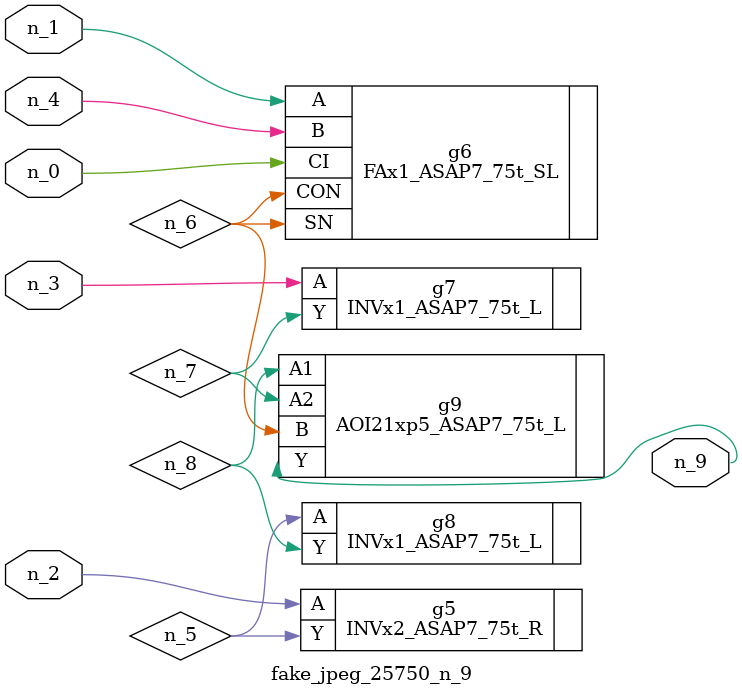
<source format=v>
module fake_jpeg_25750_n_9 (n_3, n_2, n_1, n_0, n_4, n_9);

input n_3;
input n_2;
input n_1;
input n_0;
input n_4;

output n_9;

wire n_8;
wire n_6;
wire n_5;
wire n_7;

INVx2_ASAP7_75t_R g5 ( 
.A(n_2),
.Y(n_5)
);

FAx1_ASAP7_75t_SL g6 ( 
.A(n_1),
.B(n_4),
.CI(n_0),
.CON(n_6),
.SN(n_6)
);

INVx1_ASAP7_75t_L g7 ( 
.A(n_3),
.Y(n_7)
);

INVx1_ASAP7_75t_L g8 ( 
.A(n_5),
.Y(n_8)
);

AOI21xp5_ASAP7_75t_L g9 ( 
.A1(n_8),
.A2(n_7),
.B(n_6),
.Y(n_9)
);


endmodule
</source>
